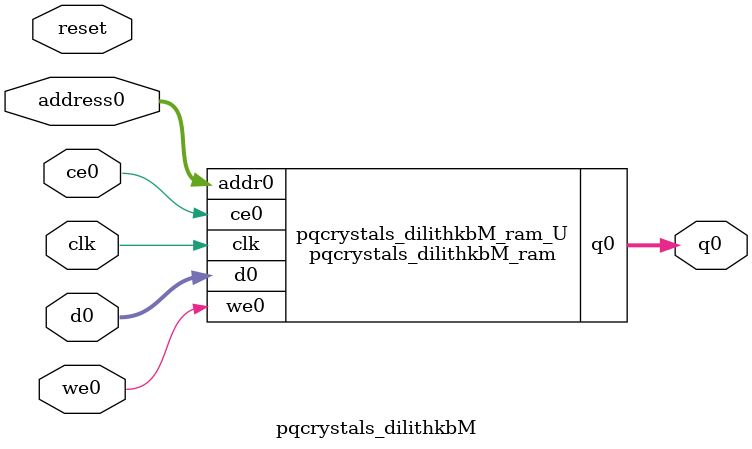
<source format=v>
`timescale 1 ns / 1 ps
module pqcrystals_dilithkbM_ram (addr0, ce0, d0, we0, q0,  clk);

parameter DWIDTH = 8;
parameter AWIDTH = 8;
parameter MEM_SIZE = 136;

input[AWIDTH-1:0] addr0;
input ce0;
input[DWIDTH-1:0] d0;
input we0;
output reg[DWIDTH-1:0] q0;
input clk;

(* ram_style = "block" *)reg [DWIDTH-1:0] ram[0:MEM_SIZE-1];




always @(posedge clk)  
begin 
    if (ce0) begin
        if (we0) 
            ram[addr0] <= d0; 
        q0 <= ram[addr0];
    end
end


endmodule

`timescale 1 ns / 1 ps
module pqcrystals_dilithkbM(
    reset,
    clk,
    address0,
    ce0,
    we0,
    d0,
    q0);

parameter DataWidth = 32'd8;
parameter AddressRange = 32'd136;
parameter AddressWidth = 32'd8;
input reset;
input clk;
input[AddressWidth - 1:0] address0;
input ce0;
input we0;
input[DataWidth - 1:0] d0;
output[DataWidth - 1:0] q0;



pqcrystals_dilithkbM_ram pqcrystals_dilithkbM_ram_U(
    .clk( clk ),
    .addr0( address0 ),
    .ce0( ce0 ),
    .we0( we0 ),
    .d0( d0 ),
    .q0( q0 ));

endmodule


</source>
